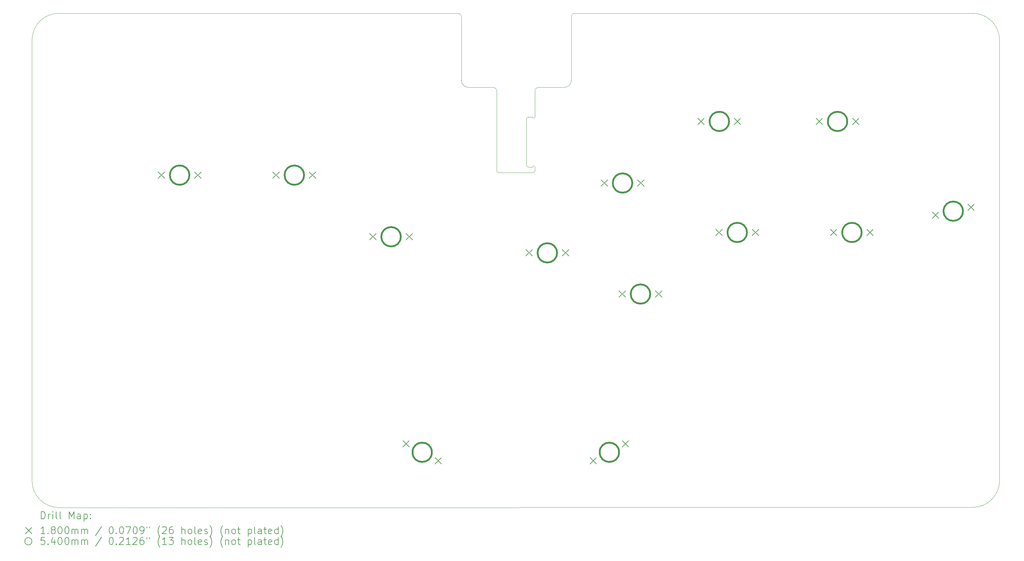
<source format=gbr>
%TF.GenerationSoftware,KiCad,Pcbnew,9.0.0*%
%TF.CreationDate,2025-05-11T16:12:43-07:00*%
%TF.ProjectId,HE_Leverless_Mainboard,48455f4c-6576-4657-926c-6573735f4d61,rev?*%
%TF.SameCoordinates,Original*%
%TF.FileFunction,Drillmap*%
%TF.FilePolarity,Positive*%
%FSLAX45Y45*%
G04 Gerber Fmt 4.5, Leading zero omitted, Abs format (unit mm)*
G04 Created by KiCad (PCBNEW 9.0.0) date 2025-05-11 16:12:43*
%MOMM*%
%LPD*%
G01*
G04 APERTURE LIST*
%ADD10C,0.050000*%
%ADD11C,0.010050*%
%ADD12C,0.200000*%
%ADD13C,0.180000*%
%ADD14C,0.540000*%
G04 APERTURE END LIST*
D10*
X20302170Y-8890570D02*
G75*
G02*
X20402170Y-8790570I100000J0D01*
G01*
X32519670Y-6719670D02*
G75*
G02*
X33269670Y-7469670I0J-750000D01*
G01*
X7019670Y-20519670D02*
X32519670Y-20515570D01*
X7019670Y-6719670D02*
X18152170Y-6719669D01*
X21419670Y-6719670D02*
X32519670Y-6719670D01*
X21319670Y-6819670D02*
G75*
G02*
X21419670Y-6719670I100000J0D01*
G01*
X33269670Y-19765570D02*
G75*
G02*
X32519670Y-20515570I-750000J0D01*
G01*
X20402170Y-8790570D02*
X21119670Y-8790570D01*
X6269670Y-19769670D02*
X6269670Y-7469670D01*
X7019670Y-20519670D02*
G75*
G02*
X6269670Y-19769670I0J750000D01*
G01*
X21319670Y-8590570D02*
G75*
G02*
X21119670Y-8790570I-200000J0D01*
G01*
X18152170Y-6719669D02*
G75*
G02*
X18252171Y-6819669I0J-100001D01*
G01*
D11*
X10390173Y-11239670D02*
G75*
G02*
X10389168Y-11239670I-503J0D01*
G01*
X10389168Y-11239670D02*
G75*
G02*
X10390173Y-11239670I503J0D01*
G01*
D10*
X33269670Y-7469670D02*
X33269670Y-19765570D01*
X21319670Y-8590570D02*
X21319670Y-6819670D01*
X19137170Y-8790570D02*
G75*
G02*
X19237170Y-8890570I0J-100000D01*
G01*
X18452170Y-8790570D02*
G75*
G02*
X18252170Y-8590570I0J200000D01*
G01*
X18252170Y-8590570D02*
X18252170Y-6819669D01*
X6269670Y-7469670D02*
G75*
G02*
X7019670Y-6719670I750000J0D01*
G01*
X18452170Y-8790570D02*
X19137170Y-8790570D01*
X19237170Y-8890570D02*
X19237170Y-11115570D01*
X20069670Y-9665570D02*
X20069670Y-10965570D01*
X20119670Y-9615570D02*
X20237170Y-9615570D01*
X20237170Y-11015570D02*
X20119670Y-11015570D01*
X20252170Y-11165570D02*
X19287170Y-11165570D01*
X20302170Y-9615570D02*
X20302170Y-8890570D01*
X20302170Y-11015570D02*
X20302170Y-11115570D01*
X19287170Y-11165570D02*
G75*
G02*
X19237170Y-11115570I0J50000D01*
G01*
X20069670Y-9665570D02*
G75*
G02*
X20119670Y-9615570I50000J0D01*
G01*
X20119670Y-11015570D02*
G75*
G02*
X20069670Y-10965570I0J50000D01*
G01*
X20237170Y-11015570D02*
G75*
G02*
X20302170Y-11015570I32500J0D01*
G01*
X20302170Y-9615570D02*
G75*
G02*
X20237170Y-9615570I-32500J0D01*
G01*
X20302170Y-11115570D02*
G75*
G02*
X20252170Y-11165570I-50000J0D01*
G01*
D12*
D13*
X9791670Y-11149670D02*
X9971670Y-11329670D01*
X9971670Y-11149670D02*
X9791670Y-11329670D01*
X10807670Y-11149670D02*
X10987670Y-11329670D01*
X10987670Y-11149670D02*
X10807670Y-11329670D01*
X12991670Y-11149670D02*
X13171670Y-11329670D01*
X13171670Y-11149670D02*
X12991670Y-11329670D01*
X14007670Y-11149670D02*
X14187670Y-11329670D01*
X14187670Y-11149670D02*
X14007670Y-11329670D01*
X15691670Y-12869670D02*
X15871670Y-13049670D01*
X15871670Y-12869670D02*
X15691670Y-13049670D01*
X16618063Y-18651910D02*
X16798063Y-18831910D01*
X16798063Y-18651910D02*
X16618063Y-18831910D01*
X16707670Y-12869670D02*
X16887670Y-13049670D01*
X16887670Y-12869670D02*
X16707670Y-13049670D01*
X17518445Y-19122619D02*
X17698445Y-19302619D01*
X17698445Y-19122619D02*
X17518445Y-19302619D01*
X20051670Y-13319670D02*
X20231670Y-13499670D01*
X20231670Y-13319670D02*
X20051670Y-13499670D01*
X21067670Y-13319670D02*
X21247670Y-13499670D01*
X21247670Y-13319670D02*
X21067670Y-13499670D01*
X21840894Y-19122619D02*
X22020894Y-19302619D01*
X22020894Y-19122619D02*
X21840894Y-19302619D01*
X22151670Y-11369670D02*
X22331670Y-11549670D01*
X22331670Y-11369670D02*
X22151670Y-11549670D01*
X22651670Y-14469670D02*
X22831670Y-14649670D01*
X22831670Y-14469670D02*
X22651670Y-14649670D01*
X22741277Y-18651910D02*
X22921277Y-18831910D01*
X22921277Y-18651910D02*
X22741277Y-18831910D01*
X23167670Y-11369670D02*
X23347670Y-11549670D01*
X23347670Y-11369670D02*
X23167670Y-11549670D01*
X23667670Y-14469670D02*
X23847670Y-14649670D01*
X23847670Y-14469670D02*
X23667670Y-14649670D01*
X24851670Y-9649670D02*
X25031670Y-9829670D01*
X25031670Y-9649670D02*
X24851670Y-9829670D01*
X25351670Y-12749670D02*
X25531670Y-12929670D01*
X25531670Y-12749670D02*
X25351670Y-12929670D01*
X25867670Y-9649670D02*
X26047670Y-9829670D01*
X26047670Y-9649670D02*
X25867670Y-9829670D01*
X26367670Y-12749670D02*
X26547670Y-12929670D01*
X26547670Y-12749670D02*
X26367670Y-12929670D01*
X28151670Y-9649670D02*
X28331670Y-9829670D01*
X28331670Y-9649670D02*
X28151670Y-9829670D01*
X28551670Y-12749670D02*
X28731670Y-12929670D01*
X28731670Y-12749670D02*
X28551670Y-12929670D01*
X29167670Y-9649670D02*
X29347670Y-9829670D01*
X29347670Y-9649670D02*
X29167670Y-9829670D01*
X29567670Y-12749670D02*
X29747670Y-12929670D01*
X29747670Y-12749670D02*
X29567670Y-12929670D01*
X31391488Y-12265618D02*
X31571488Y-12445618D01*
X31571488Y-12265618D02*
X31391488Y-12445618D01*
X32383405Y-12045715D02*
X32563405Y-12225715D01*
X32563405Y-12045715D02*
X32383405Y-12225715D01*
D14*
X10659670Y-11239670D02*
G75*
G02*
X10119670Y-11239670I-270000J0D01*
G01*
X10119670Y-11239670D02*
G75*
G02*
X10659670Y-11239670I270000J0D01*
G01*
X13859670Y-11239670D02*
G75*
G02*
X13319670Y-11239670I-270000J0D01*
G01*
X13319670Y-11239670D02*
G75*
G02*
X13859670Y-11239670I270000J0D01*
G01*
X16559670Y-12959670D02*
G75*
G02*
X16019670Y-12959670I-270000J0D01*
G01*
X16019670Y-12959670D02*
G75*
G02*
X16559670Y-12959670I270000J0D01*
G01*
X17428254Y-18977264D02*
G75*
G02*
X16888254Y-18977264I-270000J0D01*
G01*
X16888254Y-18977264D02*
G75*
G02*
X17428254Y-18977264I270000J0D01*
G01*
X20919670Y-13409670D02*
G75*
G02*
X20379670Y-13409670I-270000J0D01*
G01*
X20379670Y-13409670D02*
G75*
G02*
X20919670Y-13409670I270000J0D01*
G01*
X22651086Y-18977264D02*
G75*
G02*
X22111086Y-18977264I-270000J0D01*
G01*
X22111086Y-18977264D02*
G75*
G02*
X22651086Y-18977264I270000J0D01*
G01*
X23019670Y-11459670D02*
G75*
G02*
X22479670Y-11459670I-270000J0D01*
G01*
X22479670Y-11459670D02*
G75*
G02*
X23019670Y-11459670I270000J0D01*
G01*
X23519670Y-14559670D02*
G75*
G02*
X22979670Y-14559670I-270000J0D01*
G01*
X22979670Y-14559670D02*
G75*
G02*
X23519670Y-14559670I270000J0D01*
G01*
X25719670Y-9739670D02*
G75*
G02*
X25179670Y-9739670I-270000J0D01*
G01*
X25179670Y-9739670D02*
G75*
G02*
X25719670Y-9739670I270000J0D01*
G01*
X26219670Y-12839670D02*
G75*
G02*
X25679670Y-12839670I-270000J0D01*
G01*
X25679670Y-12839670D02*
G75*
G02*
X26219670Y-12839670I270000J0D01*
G01*
X29019670Y-9739670D02*
G75*
G02*
X28479670Y-9739670I-270000J0D01*
G01*
X28479670Y-9739670D02*
G75*
G02*
X29019670Y-9739670I270000J0D01*
G01*
X29419670Y-12839670D02*
G75*
G02*
X28879670Y-12839670I-270000J0D01*
G01*
X28879670Y-12839670D02*
G75*
G02*
X29419670Y-12839670I270000J0D01*
G01*
X32247447Y-12245666D02*
G75*
G02*
X31707447Y-12245666I-270000J0D01*
G01*
X31707447Y-12245666D02*
G75*
G02*
X32247447Y-12245666I270000J0D01*
G01*
D12*
X6527947Y-20833654D02*
X6527947Y-20633654D01*
X6527947Y-20633654D02*
X6575566Y-20633654D01*
X6575566Y-20633654D02*
X6604137Y-20643178D01*
X6604137Y-20643178D02*
X6623185Y-20662225D01*
X6623185Y-20662225D02*
X6632709Y-20681273D01*
X6632709Y-20681273D02*
X6642232Y-20719368D01*
X6642232Y-20719368D02*
X6642232Y-20747940D01*
X6642232Y-20747940D02*
X6632709Y-20786035D01*
X6632709Y-20786035D02*
X6623185Y-20805082D01*
X6623185Y-20805082D02*
X6604137Y-20824130D01*
X6604137Y-20824130D02*
X6575566Y-20833654D01*
X6575566Y-20833654D02*
X6527947Y-20833654D01*
X6727947Y-20833654D02*
X6727947Y-20700321D01*
X6727947Y-20738416D02*
X6737470Y-20719368D01*
X6737470Y-20719368D02*
X6746994Y-20709844D01*
X6746994Y-20709844D02*
X6766042Y-20700321D01*
X6766042Y-20700321D02*
X6785090Y-20700321D01*
X6851756Y-20833654D02*
X6851756Y-20700321D01*
X6851756Y-20633654D02*
X6842232Y-20643178D01*
X6842232Y-20643178D02*
X6851756Y-20652702D01*
X6851756Y-20652702D02*
X6861280Y-20643178D01*
X6861280Y-20643178D02*
X6851756Y-20633654D01*
X6851756Y-20633654D02*
X6851756Y-20652702D01*
X6975566Y-20833654D02*
X6956518Y-20824130D01*
X6956518Y-20824130D02*
X6946994Y-20805082D01*
X6946994Y-20805082D02*
X6946994Y-20633654D01*
X7080328Y-20833654D02*
X7061280Y-20824130D01*
X7061280Y-20824130D02*
X7051756Y-20805082D01*
X7051756Y-20805082D02*
X7051756Y-20633654D01*
X7308899Y-20833654D02*
X7308899Y-20633654D01*
X7308899Y-20633654D02*
X7375566Y-20776511D01*
X7375566Y-20776511D02*
X7442232Y-20633654D01*
X7442232Y-20633654D02*
X7442232Y-20833654D01*
X7623185Y-20833654D02*
X7623185Y-20728892D01*
X7623185Y-20728892D02*
X7613661Y-20709844D01*
X7613661Y-20709844D02*
X7594613Y-20700321D01*
X7594613Y-20700321D02*
X7556518Y-20700321D01*
X7556518Y-20700321D02*
X7537470Y-20709844D01*
X7623185Y-20824130D02*
X7604137Y-20833654D01*
X7604137Y-20833654D02*
X7556518Y-20833654D01*
X7556518Y-20833654D02*
X7537470Y-20824130D01*
X7537470Y-20824130D02*
X7527947Y-20805082D01*
X7527947Y-20805082D02*
X7527947Y-20786035D01*
X7527947Y-20786035D02*
X7537470Y-20766987D01*
X7537470Y-20766987D02*
X7556518Y-20757463D01*
X7556518Y-20757463D02*
X7604137Y-20757463D01*
X7604137Y-20757463D02*
X7623185Y-20747940D01*
X7718423Y-20700321D02*
X7718423Y-20900321D01*
X7718423Y-20709844D02*
X7737470Y-20700321D01*
X7737470Y-20700321D02*
X7775566Y-20700321D01*
X7775566Y-20700321D02*
X7794613Y-20709844D01*
X7794613Y-20709844D02*
X7804137Y-20719368D01*
X7804137Y-20719368D02*
X7813661Y-20738416D01*
X7813661Y-20738416D02*
X7813661Y-20795559D01*
X7813661Y-20795559D02*
X7804137Y-20814606D01*
X7804137Y-20814606D02*
X7794613Y-20824130D01*
X7794613Y-20824130D02*
X7775566Y-20833654D01*
X7775566Y-20833654D02*
X7737470Y-20833654D01*
X7737470Y-20833654D02*
X7718423Y-20824130D01*
X7899375Y-20814606D02*
X7908899Y-20824130D01*
X7908899Y-20824130D02*
X7899375Y-20833654D01*
X7899375Y-20833654D02*
X7889851Y-20824130D01*
X7889851Y-20824130D02*
X7899375Y-20814606D01*
X7899375Y-20814606D02*
X7899375Y-20833654D01*
X7899375Y-20709844D02*
X7908899Y-20719368D01*
X7908899Y-20719368D02*
X7899375Y-20728892D01*
X7899375Y-20728892D02*
X7889851Y-20719368D01*
X7889851Y-20719368D02*
X7899375Y-20709844D01*
X7899375Y-20709844D02*
X7899375Y-20728892D01*
D13*
X6087170Y-21072170D02*
X6267170Y-21252170D01*
X6267170Y-21072170D02*
X6087170Y-21252170D01*
D12*
X6632709Y-21253654D02*
X6518423Y-21253654D01*
X6575566Y-21253654D02*
X6575566Y-21053654D01*
X6575566Y-21053654D02*
X6556518Y-21082225D01*
X6556518Y-21082225D02*
X6537470Y-21101273D01*
X6537470Y-21101273D02*
X6518423Y-21110797D01*
X6718423Y-21234606D02*
X6727947Y-21244130D01*
X6727947Y-21244130D02*
X6718423Y-21253654D01*
X6718423Y-21253654D02*
X6708899Y-21244130D01*
X6708899Y-21244130D02*
X6718423Y-21234606D01*
X6718423Y-21234606D02*
X6718423Y-21253654D01*
X6842232Y-21139368D02*
X6823185Y-21129844D01*
X6823185Y-21129844D02*
X6813661Y-21120321D01*
X6813661Y-21120321D02*
X6804137Y-21101273D01*
X6804137Y-21101273D02*
X6804137Y-21091749D01*
X6804137Y-21091749D02*
X6813661Y-21072702D01*
X6813661Y-21072702D02*
X6823185Y-21063178D01*
X6823185Y-21063178D02*
X6842232Y-21053654D01*
X6842232Y-21053654D02*
X6880328Y-21053654D01*
X6880328Y-21053654D02*
X6899375Y-21063178D01*
X6899375Y-21063178D02*
X6908899Y-21072702D01*
X6908899Y-21072702D02*
X6918423Y-21091749D01*
X6918423Y-21091749D02*
X6918423Y-21101273D01*
X6918423Y-21101273D02*
X6908899Y-21120321D01*
X6908899Y-21120321D02*
X6899375Y-21129844D01*
X6899375Y-21129844D02*
X6880328Y-21139368D01*
X6880328Y-21139368D02*
X6842232Y-21139368D01*
X6842232Y-21139368D02*
X6823185Y-21148892D01*
X6823185Y-21148892D02*
X6813661Y-21158416D01*
X6813661Y-21158416D02*
X6804137Y-21177463D01*
X6804137Y-21177463D02*
X6804137Y-21215559D01*
X6804137Y-21215559D02*
X6813661Y-21234606D01*
X6813661Y-21234606D02*
X6823185Y-21244130D01*
X6823185Y-21244130D02*
X6842232Y-21253654D01*
X6842232Y-21253654D02*
X6880328Y-21253654D01*
X6880328Y-21253654D02*
X6899375Y-21244130D01*
X6899375Y-21244130D02*
X6908899Y-21234606D01*
X6908899Y-21234606D02*
X6918423Y-21215559D01*
X6918423Y-21215559D02*
X6918423Y-21177463D01*
X6918423Y-21177463D02*
X6908899Y-21158416D01*
X6908899Y-21158416D02*
X6899375Y-21148892D01*
X6899375Y-21148892D02*
X6880328Y-21139368D01*
X7042232Y-21053654D02*
X7061280Y-21053654D01*
X7061280Y-21053654D02*
X7080328Y-21063178D01*
X7080328Y-21063178D02*
X7089851Y-21072702D01*
X7089851Y-21072702D02*
X7099375Y-21091749D01*
X7099375Y-21091749D02*
X7108899Y-21129844D01*
X7108899Y-21129844D02*
X7108899Y-21177463D01*
X7108899Y-21177463D02*
X7099375Y-21215559D01*
X7099375Y-21215559D02*
X7089851Y-21234606D01*
X7089851Y-21234606D02*
X7080328Y-21244130D01*
X7080328Y-21244130D02*
X7061280Y-21253654D01*
X7061280Y-21253654D02*
X7042232Y-21253654D01*
X7042232Y-21253654D02*
X7023185Y-21244130D01*
X7023185Y-21244130D02*
X7013661Y-21234606D01*
X7013661Y-21234606D02*
X7004137Y-21215559D01*
X7004137Y-21215559D02*
X6994613Y-21177463D01*
X6994613Y-21177463D02*
X6994613Y-21129844D01*
X6994613Y-21129844D02*
X7004137Y-21091749D01*
X7004137Y-21091749D02*
X7013661Y-21072702D01*
X7013661Y-21072702D02*
X7023185Y-21063178D01*
X7023185Y-21063178D02*
X7042232Y-21053654D01*
X7232709Y-21053654D02*
X7251756Y-21053654D01*
X7251756Y-21053654D02*
X7270804Y-21063178D01*
X7270804Y-21063178D02*
X7280328Y-21072702D01*
X7280328Y-21072702D02*
X7289851Y-21091749D01*
X7289851Y-21091749D02*
X7299375Y-21129844D01*
X7299375Y-21129844D02*
X7299375Y-21177463D01*
X7299375Y-21177463D02*
X7289851Y-21215559D01*
X7289851Y-21215559D02*
X7280328Y-21234606D01*
X7280328Y-21234606D02*
X7270804Y-21244130D01*
X7270804Y-21244130D02*
X7251756Y-21253654D01*
X7251756Y-21253654D02*
X7232709Y-21253654D01*
X7232709Y-21253654D02*
X7213661Y-21244130D01*
X7213661Y-21244130D02*
X7204137Y-21234606D01*
X7204137Y-21234606D02*
X7194613Y-21215559D01*
X7194613Y-21215559D02*
X7185090Y-21177463D01*
X7185090Y-21177463D02*
X7185090Y-21129844D01*
X7185090Y-21129844D02*
X7194613Y-21091749D01*
X7194613Y-21091749D02*
X7204137Y-21072702D01*
X7204137Y-21072702D02*
X7213661Y-21063178D01*
X7213661Y-21063178D02*
X7232709Y-21053654D01*
X7385090Y-21253654D02*
X7385090Y-21120321D01*
X7385090Y-21139368D02*
X7394613Y-21129844D01*
X7394613Y-21129844D02*
X7413661Y-21120321D01*
X7413661Y-21120321D02*
X7442232Y-21120321D01*
X7442232Y-21120321D02*
X7461280Y-21129844D01*
X7461280Y-21129844D02*
X7470804Y-21148892D01*
X7470804Y-21148892D02*
X7470804Y-21253654D01*
X7470804Y-21148892D02*
X7480328Y-21129844D01*
X7480328Y-21129844D02*
X7499375Y-21120321D01*
X7499375Y-21120321D02*
X7527947Y-21120321D01*
X7527947Y-21120321D02*
X7546994Y-21129844D01*
X7546994Y-21129844D02*
X7556518Y-21148892D01*
X7556518Y-21148892D02*
X7556518Y-21253654D01*
X7651756Y-21253654D02*
X7651756Y-21120321D01*
X7651756Y-21139368D02*
X7661280Y-21129844D01*
X7661280Y-21129844D02*
X7680328Y-21120321D01*
X7680328Y-21120321D02*
X7708899Y-21120321D01*
X7708899Y-21120321D02*
X7727947Y-21129844D01*
X7727947Y-21129844D02*
X7737471Y-21148892D01*
X7737471Y-21148892D02*
X7737471Y-21253654D01*
X7737471Y-21148892D02*
X7746994Y-21129844D01*
X7746994Y-21129844D02*
X7766042Y-21120321D01*
X7766042Y-21120321D02*
X7794613Y-21120321D01*
X7794613Y-21120321D02*
X7813661Y-21129844D01*
X7813661Y-21129844D02*
X7823185Y-21148892D01*
X7823185Y-21148892D02*
X7823185Y-21253654D01*
X8213661Y-21044130D02*
X8042233Y-21301273D01*
X8470804Y-21053654D02*
X8489852Y-21053654D01*
X8489852Y-21053654D02*
X8508899Y-21063178D01*
X8508899Y-21063178D02*
X8518423Y-21072702D01*
X8518423Y-21072702D02*
X8527947Y-21091749D01*
X8527947Y-21091749D02*
X8537471Y-21129844D01*
X8537471Y-21129844D02*
X8537471Y-21177463D01*
X8537471Y-21177463D02*
X8527947Y-21215559D01*
X8527947Y-21215559D02*
X8518423Y-21234606D01*
X8518423Y-21234606D02*
X8508899Y-21244130D01*
X8508899Y-21244130D02*
X8489852Y-21253654D01*
X8489852Y-21253654D02*
X8470804Y-21253654D01*
X8470804Y-21253654D02*
X8451756Y-21244130D01*
X8451756Y-21244130D02*
X8442233Y-21234606D01*
X8442233Y-21234606D02*
X8432709Y-21215559D01*
X8432709Y-21215559D02*
X8423185Y-21177463D01*
X8423185Y-21177463D02*
X8423185Y-21129844D01*
X8423185Y-21129844D02*
X8432709Y-21091749D01*
X8432709Y-21091749D02*
X8442233Y-21072702D01*
X8442233Y-21072702D02*
X8451756Y-21063178D01*
X8451756Y-21063178D02*
X8470804Y-21053654D01*
X8623185Y-21234606D02*
X8632709Y-21244130D01*
X8632709Y-21244130D02*
X8623185Y-21253654D01*
X8623185Y-21253654D02*
X8613661Y-21244130D01*
X8613661Y-21244130D02*
X8623185Y-21234606D01*
X8623185Y-21234606D02*
X8623185Y-21253654D01*
X8756518Y-21053654D02*
X8775566Y-21053654D01*
X8775566Y-21053654D02*
X8794614Y-21063178D01*
X8794614Y-21063178D02*
X8804137Y-21072702D01*
X8804137Y-21072702D02*
X8813661Y-21091749D01*
X8813661Y-21091749D02*
X8823185Y-21129844D01*
X8823185Y-21129844D02*
X8823185Y-21177463D01*
X8823185Y-21177463D02*
X8813661Y-21215559D01*
X8813661Y-21215559D02*
X8804137Y-21234606D01*
X8804137Y-21234606D02*
X8794614Y-21244130D01*
X8794614Y-21244130D02*
X8775566Y-21253654D01*
X8775566Y-21253654D02*
X8756518Y-21253654D01*
X8756518Y-21253654D02*
X8737471Y-21244130D01*
X8737471Y-21244130D02*
X8727947Y-21234606D01*
X8727947Y-21234606D02*
X8718423Y-21215559D01*
X8718423Y-21215559D02*
X8708899Y-21177463D01*
X8708899Y-21177463D02*
X8708899Y-21129844D01*
X8708899Y-21129844D02*
X8718423Y-21091749D01*
X8718423Y-21091749D02*
X8727947Y-21072702D01*
X8727947Y-21072702D02*
X8737471Y-21063178D01*
X8737471Y-21063178D02*
X8756518Y-21053654D01*
X8889852Y-21053654D02*
X9023185Y-21053654D01*
X9023185Y-21053654D02*
X8937471Y-21253654D01*
X9137471Y-21053654D02*
X9156518Y-21053654D01*
X9156518Y-21053654D02*
X9175566Y-21063178D01*
X9175566Y-21063178D02*
X9185090Y-21072702D01*
X9185090Y-21072702D02*
X9194614Y-21091749D01*
X9194614Y-21091749D02*
X9204137Y-21129844D01*
X9204137Y-21129844D02*
X9204137Y-21177463D01*
X9204137Y-21177463D02*
X9194614Y-21215559D01*
X9194614Y-21215559D02*
X9185090Y-21234606D01*
X9185090Y-21234606D02*
X9175566Y-21244130D01*
X9175566Y-21244130D02*
X9156518Y-21253654D01*
X9156518Y-21253654D02*
X9137471Y-21253654D01*
X9137471Y-21253654D02*
X9118423Y-21244130D01*
X9118423Y-21244130D02*
X9108899Y-21234606D01*
X9108899Y-21234606D02*
X9099376Y-21215559D01*
X9099376Y-21215559D02*
X9089852Y-21177463D01*
X9089852Y-21177463D02*
X9089852Y-21129844D01*
X9089852Y-21129844D02*
X9099376Y-21091749D01*
X9099376Y-21091749D02*
X9108899Y-21072702D01*
X9108899Y-21072702D02*
X9118423Y-21063178D01*
X9118423Y-21063178D02*
X9137471Y-21053654D01*
X9299376Y-21253654D02*
X9337471Y-21253654D01*
X9337471Y-21253654D02*
X9356518Y-21244130D01*
X9356518Y-21244130D02*
X9366042Y-21234606D01*
X9366042Y-21234606D02*
X9385090Y-21206035D01*
X9385090Y-21206035D02*
X9394614Y-21167940D01*
X9394614Y-21167940D02*
X9394614Y-21091749D01*
X9394614Y-21091749D02*
X9385090Y-21072702D01*
X9385090Y-21072702D02*
X9375566Y-21063178D01*
X9375566Y-21063178D02*
X9356518Y-21053654D01*
X9356518Y-21053654D02*
X9318423Y-21053654D01*
X9318423Y-21053654D02*
X9299376Y-21063178D01*
X9299376Y-21063178D02*
X9289852Y-21072702D01*
X9289852Y-21072702D02*
X9280328Y-21091749D01*
X9280328Y-21091749D02*
X9280328Y-21139368D01*
X9280328Y-21139368D02*
X9289852Y-21158416D01*
X9289852Y-21158416D02*
X9299376Y-21167940D01*
X9299376Y-21167940D02*
X9318423Y-21177463D01*
X9318423Y-21177463D02*
X9356518Y-21177463D01*
X9356518Y-21177463D02*
X9375566Y-21167940D01*
X9375566Y-21167940D02*
X9385090Y-21158416D01*
X9385090Y-21158416D02*
X9394614Y-21139368D01*
X9470804Y-21053654D02*
X9470804Y-21091749D01*
X9546995Y-21053654D02*
X9546995Y-21091749D01*
X9842233Y-21329844D02*
X9832709Y-21320321D01*
X9832709Y-21320321D02*
X9813661Y-21291749D01*
X9813661Y-21291749D02*
X9804138Y-21272702D01*
X9804138Y-21272702D02*
X9794614Y-21244130D01*
X9794614Y-21244130D02*
X9785090Y-21196511D01*
X9785090Y-21196511D02*
X9785090Y-21158416D01*
X9785090Y-21158416D02*
X9794614Y-21110797D01*
X9794614Y-21110797D02*
X9804138Y-21082225D01*
X9804138Y-21082225D02*
X9813661Y-21063178D01*
X9813661Y-21063178D02*
X9832709Y-21034606D01*
X9832709Y-21034606D02*
X9842233Y-21025082D01*
X9908899Y-21072702D02*
X9918423Y-21063178D01*
X9918423Y-21063178D02*
X9937471Y-21053654D01*
X9937471Y-21053654D02*
X9985090Y-21053654D01*
X9985090Y-21053654D02*
X10004138Y-21063178D01*
X10004138Y-21063178D02*
X10013661Y-21072702D01*
X10013661Y-21072702D02*
X10023185Y-21091749D01*
X10023185Y-21091749D02*
X10023185Y-21110797D01*
X10023185Y-21110797D02*
X10013661Y-21139368D01*
X10013661Y-21139368D02*
X9899376Y-21253654D01*
X9899376Y-21253654D02*
X10023185Y-21253654D01*
X10194614Y-21053654D02*
X10156518Y-21053654D01*
X10156518Y-21053654D02*
X10137471Y-21063178D01*
X10137471Y-21063178D02*
X10127947Y-21072702D01*
X10127947Y-21072702D02*
X10108899Y-21101273D01*
X10108899Y-21101273D02*
X10099376Y-21139368D01*
X10099376Y-21139368D02*
X10099376Y-21215559D01*
X10099376Y-21215559D02*
X10108899Y-21234606D01*
X10108899Y-21234606D02*
X10118423Y-21244130D01*
X10118423Y-21244130D02*
X10137471Y-21253654D01*
X10137471Y-21253654D02*
X10175566Y-21253654D01*
X10175566Y-21253654D02*
X10194614Y-21244130D01*
X10194614Y-21244130D02*
X10204138Y-21234606D01*
X10204138Y-21234606D02*
X10213661Y-21215559D01*
X10213661Y-21215559D02*
X10213661Y-21167940D01*
X10213661Y-21167940D02*
X10204138Y-21148892D01*
X10204138Y-21148892D02*
X10194614Y-21139368D01*
X10194614Y-21139368D02*
X10175566Y-21129844D01*
X10175566Y-21129844D02*
X10137471Y-21129844D01*
X10137471Y-21129844D02*
X10118423Y-21139368D01*
X10118423Y-21139368D02*
X10108899Y-21148892D01*
X10108899Y-21148892D02*
X10099376Y-21167940D01*
X10451757Y-21253654D02*
X10451757Y-21053654D01*
X10537471Y-21253654D02*
X10537471Y-21148892D01*
X10537471Y-21148892D02*
X10527947Y-21129844D01*
X10527947Y-21129844D02*
X10508900Y-21120321D01*
X10508900Y-21120321D02*
X10480328Y-21120321D01*
X10480328Y-21120321D02*
X10461280Y-21129844D01*
X10461280Y-21129844D02*
X10451757Y-21139368D01*
X10661280Y-21253654D02*
X10642233Y-21244130D01*
X10642233Y-21244130D02*
X10632709Y-21234606D01*
X10632709Y-21234606D02*
X10623185Y-21215559D01*
X10623185Y-21215559D02*
X10623185Y-21158416D01*
X10623185Y-21158416D02*
X10632709Y-21139368D01*
X10632709Y-21139368D02*
X10642233Y-21129844D01*
X10642233Y-21129844D02*
X10661280Y-21120321D01*
X10661280Y-21120321D02*
X10689852Y-21120321D01*
X10689852Y-21120321D02*
X10708900Y-21129844D01*
X10708900Y-21129844D02*
X10718423Y-21139368D01*
X10718423Y-21139368D02*
X10727947Y-21158416D01*
X10727947Y-21158416D02*
X10727947Y-21215559D01*
X10727947Y-21215559D02*
X10718423Y-21234606D01*
X10718423Y-21234606D02*
X10708900Y-21244130D01*
X10708900Y-21244130D02*
X10689852Y-21253654D01*
X10689852Y-21253654D02*
X10661280Y-21253654D01*
X10842233Y-21253654D02*
X10823185Y-21244130D01*
X10823185Y-21244130D02*
X10813661Y-21225082D01*
X10813661Y-21225082D02*
X10813661Y-21053654D01*
X10994614Y-21244130D02*
X10975566Y-21253654D01*
X10975566Y-21253654D02*
X10937471Y-21253654D01*
X10937471Y-21253654D02*
X10918423Y-21244130D01*
X10918423Y-21244130D02*
X10908900Y-21225082D01*
X10908900Y-21225082D02*
X10908900Y-21148892D01*
X10908900Y-21148892D02*
X10918423Y-21129844D01*
X10918423Y-21129844D02*
X10937471Y-21120321D01*
X10937471Y-21120321D02*
X10975566Y-21120321D01*
X10975566Y-21120321D02*
X10994614Y-21129844D01*
X10994614Y-21129844D02*
X11004138Y-21148892D01*
X11004138Y-21148892D02*
X11004138Y-21167940D01*
X11004138Y-21167940D02*
X10908900Y-21186987D01*
X11080328Y-21244130D02*
X11099376Y-21253654D01*
X11099376Y-21253654D02*
X11137471Y-21253654D01*
X11137471Y-21253654D02*
X11156519Y-21244130D01*
X11156519Y-21244130D02*
X11166042Y-21225082D01*
X11166042Y-21225082D02*
X11166042Y-21215559D01*
X11166042Y-21215559D02*
X11156519Y-21196511D01*
X11156519Y-21196511D02*
X11137471Y-21186987D01*
X11137471Y-21186987D02*
X11108900Y-21186987D01*
X11108900Y-21186987D02*
X11089852Y-21177463D01*
X11089852Y-21177463D02*
X11080328Y-21158416D01*
X11080328Y-21158416D02*
X11080328Y-21148892D01*
X11080328Y-21148892D02*
X11089852Y-21129844D01*
X11089852Y-21129844D02*
X11108900Y-21120321D01*
X11108900Y-21120321D02*
X11137471Y-21120321D01*
X11137471Y-21120321D02*
X11156519Y-21129844D01*
X11232709Y-21329844D02*
X11242233Y-21320321D01*
X11242233Y-21320321D02*
X11261280Y-21291749D01*
X11261280Y-21291749D02*
X11270804Y-21272702D01*
X11270804Y-21272702D02*
X11280328Y-21244130D01*
X11280328Y-21244130D02*
X11289852Y-21196511D01*
X11289852Y-21196511D02*
X11289852Y-21158416D01*
X11289852Y-21158416D02*
X11280328Y-21110797D01*
X11280328Y-21110797D02*
X11270804Y-21082225D01*
X11270804Y-21082225D02*
X11261280Y-21063178D01*
X11261280Y-21063178D02*
X11242233Y-21034606D01*
X11242233Y-21034606D02*
X11232709Y-21025082D01*
X11594614Y-21329844D02*
X11585090Y-21320321D01*
X11585090Y-21320321D02*
X11566042Y-21291749D01*
X11566042Y-21291749D02*
X11556519Y-21272702D01*
X11556519Y-21272702D02*
X11546995Y-21244130D01*
X11546995Y-21244130D02*
X11537471Y-21196511D01*
X11537471Y-21196511D02*
X11537471Y-21158416D01*
X11537471Y-21158416D02*
X11546995Y-21110797D01*
X11546995Y-21110797D02*
X11556519Y-21082225D01*
X11556519Y-21082225D02*
X11566042Y-21063178D01*
X11566042Y-21063178D02*
X11585090Y-21034606D01*
X11585090Y-21034606D02*
X11594614Y-21025082D01*
X11670804Y-21120321D02*
X11670804Y-21253654D01*
X11670804Y-21139368D02*
X11680328Y-21129844D01*
X11680328Y-21129844D02*
X11699376Y-21120321D01*
X11699376Y-21120321D02*
X11727947Y-21120321D01*
X11727947Y-21120321D02*
X11746995Y-21129844D01*
X11746995Y-21129844D02*
X11756519Y-21148892D01*
X11756519Y-21148892D02*
X11756519Y-21253654D01*
X11880328Y-21253654D02*
X11861280Y-21244130D01*
X11861280Y-21244130D02*
X11851757Y-21234606D01*
X11851757Y-21234606D02*
X11842233Y-21215559D01*
X11842233Y-21215559D02*
X11842233Y-21158416D01*
X11842233Y-21158416D02*
X11851757Y-21139368D01*
X11851757Y-21139368D02*
X11861280Y-21129844D01*
X11861280Y-21129844D02*
X11880328Y-21120321D01*
X11880328Y-21120321D02*
X11908900Y-21120321D01*
X11908900Y-21120321D02*
X11927947Y-21129844D01*
X11927947Y-21129844D02*
X11937471Y-21139368D01*
X11937471Y-21139368D02*
X11946995Y-21158416D01*
X11946995Y-21158416D02*
X11946995Y-21215559D01*
X11946995Y-21215559D02*
X11937471Y-21234606D01*
X11937471Y-21234606D02*
X11927947Y-21244130D01*
X11927947Y-21244130D02*
X11908900Y-21253654D01*
X11908900Y-21253654D02*
X11880328Y-21253654D01*
X12004138Y-21120321D02*
X12080328Y-21120321D01*
X12032709Y-21053654D02*
X12032709Y-21225082D01*
X12032709Y-21225082D02*
X12042233Y-21244130D01*
X12042233Y-21244130D02*
X12061280Y-21253654D01*
X12061280Y-21253654D02*
X12080328Y-21253654D01*
X12299376Y-21120321D02*
X12299376Y-21320321D01*
X12299376Y-21129844D02*
X12318423Y-21120321D01*
X12318423Y-21120321D02*
X12356519Y-21120321D01*
X12356519Y-21120321D02*
X12375566Y-21129844D01*
X12375566Y-21129844D02*
X12385090Y-21139368D01*
X12385090Y-21139368D02*
X12394614Y-21158416D01*
X12394614Y-21158416D02*
X12394614Y-21215559D01*
X12394614Y-21215559D02*
X12385090Y-21234606D01*
X12385090Y-21234606D02*
X12375566Y-21244130D01*
X12375566Y-21244130D02*
X12356519Y-21253654D01*
X12356519Y-21253654D02*
X12318423Y-21253654D01*
X12318423Y-21253654D02*
X12299376Y-21244130D01*
X12508900Y-21253654D02*
X12489852Y-21244130D01*
X12489852Y-21244130D02*
X12480328Y-21225082D01*
X12480328Y-21225082D02*
X12480328Y-21053654D01*
X12670804Y-21253654D02*
X12670804Y-21148892D01*
X12670804Y-21148892D02*
X12661281Y-21129844D01*
X12661281Y-21129844D02*
X12642233Y-21120321D01*
X12642233Y-21120321D02*
X12604138Y-21120321D01*
X12604138Y-21120321D02*
X12585090Y-21129844D01*
X12670804Y-21244130D02*
X12651757Y-21253654D01*
X12651757Y-21253654D02*
X12604138Y-21253654D01*
X12604138Y-21253654D02*
X12585090Y-21244130D01*
X12585090Y-21244130D02*
X12575566Y-21225082D01*
X12575566Y-21225082D02*
X12575566Y-21206035D01*
X12575566Y-21206035D02*
X12585090Y-21186987D01*
X12585090Y-21186987D02*
X12604138Y-21177463D01*
X12604138Y-21177463D02*
X12651757Y-21177463D01*
X12651757Y-21177463D02*
X12670804Y-21167940D01*
X12737471Y-21120321D02*
X12813661Y-21120321D01*
X12766042Y-21053654D02*
X12766042Y-21225082D01*
X12766042Y-21225082D02*
X12775566Y-21244130D01*
X12775566Y-21244130D02*
X12794614Y-21253654D01*
X12794614Y-21253654D02*
X12813661Y-21253654D01*
X12956519Y-21244130D02*
X12937471Y-21253654D01*
X12937471Y-21253654D02*
X12899376Y-21253654D01*
X12899376Y-21253654D02*
X12880328Y-21244130D01*
X12880328Y-21244130D02*
X12870804Y-21225082D01*
X12870804Y-21225082D02*
X12870804Y-21148892D01*
X12870804Y-21148892D02*
X12880328Y-21129844D01*
X12880328Y-21129844D02*
X12899376Y-21120321D01*
X12899376Y-21120321D02*
X12937471Y-21120321D01*
X12937471Y-21120321D02*
X12956519Y-21129844D01*
X12956519Y-21129844D02*
X12966042Y-21148892D01*
X12966042Y-21148892D02*
X12966042Y-21167940D01*
X12966042Y-21167940D02*
X12870804Y-21186987D01*
X13137471Y-21253654D02*
X13137471Y-21053654D01*
X13137471Y-21244130D02*
X13118423Y-21253654D01*
X13118423Y-21253654D02*
X13080328Y-21253654D01*
X13080328Y-21253654D02*
X13061281Y-21244130D01*
X13061281Y-21244130D02*
X13051757Y-21234606D01*
X13051757Y-21234606D02*
X13042233Y-21215559D01*
X13042233Y-21215559D02*
X13042233Y-21158416D01*
X13042233Y-21158416D02*
X13051757Y-21139368D01*
X13051757Y-21139368D02*
X13061281Y-21129844D01*
X13061281Y-21129844D02*
X13080328Y-21120321D01*
X13080328Y-21120321D02*
X13118423Y-21120321D01*
X13118423Y-21120321D02*
X13137471Y-21129844D01*
X13213662Y-21329844D02*
X13223185Y-21320321D01*
X13223185Y-21320321D02*
X13242233Y-21291749D01*
X13242233Y-21291749D02*
X13251757Y-21272702D01*
X13251757Y-21272702D02*
X13261281Y-21244130D01*
X13261281Y-21244130D02*
X13270804Y-21196511D01*
X13270804Y-21196511D02*
X13270804Y-21158416D01*
X13270804Y-21158416D02*
X13261281Y-21110797D01*
X13261281Y-21110797D02*
X13251757Y-21082225D01*
X13251757Y-21082225D02*
X13242233Y-21063178D01*
X13242233Y-21063178D02*
X13223185Y-21034606D01*
X13223185Y-21034606D02*
X13213662Y-21025082D01*
X6267170Y-21462170D02*
G75*
G02*
X6067170Y-21462170I-100000J0D01*
G01*
X6067170Y-21462170D02*
G75*
G02*
X6267170Y-21462170I100000J0D01*
G01*
X6623185Y-21353654D02*
X6527947Y-21353654D01*
X6527947Y-21353654D02*
X6518423Y-21448892D01*
X6518423Y-21448892D02*
X6527947Y-21439368D01*
X6527947Y-21439368D02*
X6546994Y-21429844D01*
X6546994Y-21429844D02*
X6594613Y-21429844D01*
X6594613Y-21429844D02*
X6613661Y-21439368D01*
X6613661Y-21439368D02*
X6623185Y-21448892D01*
X6623185Y-21448892D02*
X6632709Y-21467940D01*
X6632709Y-21467940D02*
X6632709Y-21515559D01*
X6632709Y-21515559D02*
X6623185Y-21534606D01*
X6623185Y-21534606D02*
X6613661Y-21544130D01*
X6613661Y-21544130D02*
X6594613Y-21553654D01*
X6594613Y-21553654D02*
X6546994Y-21553654D01*
X6546994Y-21553654D02*
X6527947Y-21544130D01*
X6527947Y-21544130D02*
X6518423Y-21534606D01*
X6718423Y-21534606D02*
X6727947Y-21544130D01*
X6727947Y-21544130D02*
X6718423Y-21553654D01*
X6718423Y-21553654D02*
X6708899Y-21544130D01*
X6708899Y-21544130D02*
X6718423Y-21534606D01*
X6718423Y-21534606D02*
X6718423Y-21553654D01*
X6899375Y-21420321D02*
X6899375Y-21553654D01*
X6851756Y-21344130D02*
X6804137Y-21486987D01*
X6804137Y-21486987D02*
X6927947Y-21486987D01*
X7042232Y-21353654D02*
X7061280Y-21353654D01*
X7061280Y-21353654D02*
X7080328Y-21363178D01*
X7080328Y-21363178D02*
X7089851Y-21372702D01*
X7089851Y-21372702D02*
X7099375Y-21391749D01*
X7099375Y-21391749D02*
X7108899Y-21429844D01*
X7108899Y-21429844D02*
X7108899Y-21477463D01*
X7108899Y-21477463D02*
X7099375Y-21515559D01*
X7099375Y-21515559D02*
X7089851Y-21534606D01*
X7089851Y-21534606D02*
X7080328Y-21544130D01*
X7080328Y-21544130D02*
X7061280Y-21553654D01*
X7061280Y-21553654D02*
X7042232Y-21553654D01*
X7042232Y-21553654D02*
X7023185Y-21544130D01*
X7023185Y-21544130D02*
X7013661Y-21534606D01*
X7013661Y-21534606D02*
X7004137Y-21515559D01*
X7004137Y-21515559D02*
X6994613Y-21477463D01*
X6994613Y-21477463D02*
X6994613Y-21429844D01*
X6994613Y-21429844D02*
X7004137Y-21391749D01*
X7004137Y-21391749D02*
X7013661Y-21372702D01*
X7013661Y-21372702D02*
X7023185Y-21363178D01*
X7023185Y-21363178D02*
X7042232Y-21353654D01*
X7232709Y-21353654D02*
X7251756Y-21353654D01*
X7251756Y-21353654D02*
X7270804Y-21363178D01*
X7270804Y-21363178D02*
X7280328Y-21372702D01*
X7280328Y-21372702D02*
X7289851Y-21391749D01*
X7289851Y-21391749D02*
X7299375Y-21429844D01*
X7299375Y-21429844D02*
X7299375Y-21477463D01*
X7299375Y-21477463D02*
X7289851Y-21515559D01*
X7289851Y-21515559D02*
X7280328Y-21534606D01*
X7280328Y-21534606D02*
X7270804Y-21544130D01*
X7270804Y-21544130D02*
X7251756Y-21553654D01*
X7251756Y-21553654D02*
X7232709Y-21553654D01*
X7232709Y-21553654D02*
X7213661Y-21544130D01*
X7213661Y-21544130D02*
X7204137Y-21534606D01*
X7204137Y-21534606D02*
X7194613Y-21515559D01*
X7194613Y-21515559D02*
X7185090Y-21477463D01*
X7185090Y-21477463D02*
X7185090Y-21429844D01*
X7185090Y-21429844D02*
X7194613Y-21391749D01*
X7194613Y-21391749D02*
X7204137Y-21372702D01*
X7204137Y-21372702D02*
X7213661Y-21363178D01*
X7213661Y-21363178D02*
X7232709Y-21353654D01*
X7385090Y-21553654D02*
X7385090Y-21420321D01*
X7385090Y-21439368D02*
X7394613Y-21429844D01*
X7394613Y-21429844D02*
X7413661Y-21420321D01*
X7413661Y-21420321D02*
X7442232Y-21420321D01*
X7442232Y-21420321D02*
X7461280Y-21429844D01*
X7461280Y-21429844D02*
X7470804Y-21448892D01*
X7470804Y-21448892D02*
X7470804Y-21553654D01*
X7470804Y-21448892D02*
X7480328Y-21429844D01*
X7480328Y-21429844D02*
X7499375Y-21420321D01*
X7499375Y-21420321D02*
X7527947Y-21420321D01*
X7527947Y-21420321D02*
X7546994Y-21429844D01*
X7546994Y-21429844D02*
X7556518Y-21448892D01*
X7556518Y-21448892D02*
X7556518Y-21553654D01*
X7651756Y-21553654D02*
X7651756Y-21420321D01*
X7651756Y-21439368D02*
X7661280Y-21429844D01*
X7661280Y-21429844D02*
X7680328Y-21420321D01*
X7680328Y-21420321D02*
X7708899Y-21420321D01*
X7708899Y-21420321D02*
X7727947Y-21429844D01*
X7727947Y-21429844D02*
X7737471Y-21448892D01*
X7737471Y-21448892D02*
X7737471Y-21553654D01*
X7737471Y-21448892D02*
X7746994Y-21429844D01*
X7746994Y-21429844D02*
X7766042Y-21420321D01*
X7766042Y-21420321D02*
X7794613Y-21420321D01*
X7794613Y-21420321D02*
X7813661Y-21429844D01*
X7813661Y-21429844D02*
X7823185Y-21448892D01*
X7823185Y-21448892D02*
X7823185Y-21553654D01*
X8213661Y-21344130D02*
X8042233Y-21601273D01*
X8470804Y-21353654D02*
X8489852Y-21353654D01*
X8489852Y-21353654D02*
X8508899Y-21363178D01*
X8508899Y-21363178D02*
X8518423Y-21372702D01*
X8518423Y-21372702D02*
X8527947Y-21391749D01*
X8527947Y-21391749D02*
X8537471Y-21429844D01*
X8537471Y-21429844D02*
X8537471Y-21477463D01*
X8537471Y-21477463D02*
X8527947Y-21515559D01*
X8527947Y-21515559D02*
X8518423Y-21534606D01*
X8518423Y-21534606D02*
X8508899Y-21544130D01*
X8508899Y-21544130D02*
X8489852Y-21553654D01*
X8489852Y-21553654D02*
X8470804Y-21553654D01*
X8470804Y-21553654D02*
X8451756Y-21544130D01*
X8451756Y-21544130D02*
X8442233Y-21534606D01*
X8442233Y-21534606D02*
X8432709Y-21515559D01*
X8432709Y-21515559D02*
X8423185Y-21477463D01*
X8423185Y-21477463D02*
X8423185Y-21429844D01*
X8423185Y-21429844D02*
X8432709Y-21391749D01*
X8432709Y-21391749D02*
X8442233Y-21372702D01*
X8442233Y-21372702D02*
X8451756Y-21363178D01*
X8451756Y-21363178D02*
X8470804Y-21353654D01*
X8623185Y-21534606D02*
X8632709Y-21544130D01*
X8632709Y-21544130D02*
X8623185Y-21553654D01*
X8623185Y-21553654D02*
X8613661Y-21544130D01*
X8613661Y-21544130D02*
X8623185Y-21534606D01*
X8623185Y-21534606D02*
X8623185Y-21553654D01*
X8708899Y-21372702D02*
X8718423Y-21363178D01*
X8718423Y-21363178D02*
X8737471Y-21353654D01*
X8737471Y-21353654D02*
X8785090Y-21353654D01*
X8785090Y-21353654D02*
X8804137Y-21363178D01*
X8804137Y-21363178D02*
X8813661Y-21372702D01*
X8813661Y-21372702D02*
X8823185Y-21391749D01*
X8823185Y-21391749D02*
X8823185Y-21410797D01*
X8823185Y-21410797D02*
X8813661Y-21439368D01*
X8813661Y-21439368D02*
X8699376Y-21553654D01*
X8699376Y-21553654D02*
X8823185Y-21553654D01*
X9013661Y-21553654D02*
X8899376Y-21553654D01*
X8956518Y-21553654D02*
X8956518Y-21353654D01*
X8956518Y-21353654D02*
X8937471Y-21382225D01*
X8937471Y-21382225D02*
X8918423Y-21401273D01*
X8918423Y-21401273D02*
X8899376Y-21410797D01*
X9089852Y-21372702D02*
X9099376Y-21363178D01*
X9099376Y-21363178D02*
X9118423Y-21353654D01*
X9118423Y-21353654D02*
X9166042Y-21353654D01*
X9166042Y-21353654D02*
X9185090Y-21363178D01*
X9185090Y-21363178D02*
X9194614Y-21372702D01*
X9194614Y-21372702D02*
X9204137Y-21391749D01*
X9204137Y-21391749D02*
X9204137Y-21410797D01*
X9204137Y-21410797D02*
X9194614Y-21439368D01*
X9194614Y-21439368D02*
X9080328Y-21553654D01*
X9080328Y-21553654D02*
X9204137Y-21553654D01*
X9375566Y-21353654D02*
X9337471Y-21353654D01*
X9337471Y-21353654D02*
X9318423Y-21363178D01*
X9318423Y-21363178D02*
X9308899Y-21372702D01*
X9308899Y-21372702D02*
X9289852Y-21401273D01*
X9289852Y-21401273D02*
X9280328Y-21439368D01*
X9280328Y-21439368D02*
X9280328Y-21515559D01*
X9280328Y-21515559D02*
X9289852Y-21534606D01*
X9289852Y-21534606D02*
X9299376Y-21544130D01*
X9299376Y-21544130D02*
X9318423Y-21553654D01*
X9318423Y-21553654D02*
X9356518Y-21553654D01*
X9356518Y-21553654D02*
X9375566Y-21544130D01*
X9375566Y-21544130D02*
X9385090Y-21534606D01*
X9385090Y-21534606D02*
X9394614Y-21515559D01*
X9394614Y-21515559D02*
X9394614Y-21467940D01*
X9394614Y-21467940D02*
X9385090Y-21448892D01*
X9385090Y-21448892D02*
X9375566Y-21439368D01*
X9375566Y-21439368D02*
X9356518Y-21429844D01*
X9356518Y-21429844D02*
X9318423Y-21429844D01*
X9318423Y-21429844D02*
X9299376Y-21439368D01*
X9299376Y-21439368D02*
X9289852Y-21448892D01*
X9289852Y-21448892D02*
X9280328Y-21467940D01*
X9470804Y-21353654D02*
X9470804Y-21391749D01*
X9546995Y-21353654D02*
X9546995Y-21391749D01*
X9842233Y-21629844D02*
X9832709Y-21620321D01*
X9832709Y-21620321D02*
X9813661Y-21591749D01*
X9813661Y-21591749D02*
X9804138Y-21572702D01*
X9804138Y-21572702D02*
X9794614Y-21544130D01*
X9794614Y-21544130D02*
X9785090Y-21496511D01*
X9785090Y-21496511D02*
X9785090Y-21458416D01*
X9785090Y-21458416D02*
X9794614Y-21410797D01*
X9794614Y-21410797D02*
X9804138Y-21382225D01*
X9804138Y-21382225D02*
X9813661Y-21363178D01*
X9813661Y-21363178D02*
X9832709Y-21334606D01*
X9832709Y-21334606D02*
X9842233Y-21325082D01*
X10023185Y-21553654D02*
X9908899Y-21553654D01*
X9966042Y-21553654D02*
X9966042Y-21353654D01*
X9966042Y-21353654D02*
X9946995Y-21382225D01*
X9946995Y-21382225D02*
X9927947Y-21401273D01*
X9927947Y-21401273D02*
X9908899Y-21410797D01*
X10089852Y-21353654D02*
X10213661Y-21353654D01*
X10213661Y-21353654D02*
X10146995Y-21429844D01*
X10146995Y-21429844D02*
X10175566Y-21429844D01*
X10175566Y-21429844D02*
X10194614Y-21439368D01*
X10194614Y-21439368D02*
X10204138Y-21448892D01*
X10204138Y-21448892D02*
X10213661Y-21467940D01*
X10213661Y-21467940D02*
X10213661Y-21515559D01*
X10213661Y-21515559D02*
X10204138Y-21534606D01*
X10204138Y-21534606D02*
X10194614Y-21544130D01*
X10194614Y-21544130D02*
X10175566Y-21553654D01*
X10175566Y-21553654D02*
X10118423Y-21553654D01*
X10118423Y-21553654D02*
X10099376Y-21544130D01*
X10099376Y-21544130D02*
X10089852Y-21534606D01*
X10451757Y-21553654D02*
X10451757Y-21353654D01*
X10537471Y-21553654D02*
X10537471Y-21448892D01*
X10537471Y-21448892D02*
X10527947Y-21429844D01*
X10527947Y-21429844D02*
X10508900Y-21420321D01*
X10508900Y-21420321D02*
X10480328Y-21420321D01*
X10480328Y-21420321D02*
X10461280Y-21429844D01*
X10461280Y-21429844D02*
X10451757Y-21439368D01*
X10661280Y-21553654D02*
X10642233Y-21544130D01*
X10642233Y-21544130D02*
X10632709Y-21534606D01*
X10632709Y-21534606D02*
X10623185Y-21515559D01*
X10623185Y-21515559D02*
X10623185Y-21458416D01*
X10623185Y-21458416D02*
X10632709Y-21439368D01*
X10632709Y-21439368D02*
X10642233Y-21429844D01*
X10642233Y-21429844D02*
X10661280Y-21420321D01*
X10661280Y-21420321D02*
X10689852Y-21420321D01*
X10689852Y-21420321D02*
X10708900Y-21429844D01*
X10708900Y-21429844D02*
X10718423Y-21439368D01*
X10718423Y-21439368D02*
X10727947Y-21458416D01*
X10727947Y-21458416D02*
X10727947Y-21515559D01*
X10727947Y-21515559D02*
X10718423Y-21534606D01*
X10718423Y-21534606D02*
X10708900Y-21544130D01*
X10708900Y-21544130D02*
X10689852Y-21553654D01*
X10689852Y-21553654D02*
X10661280Y-21553654D01*
X10842233Y-21553654D02*
X10823185Y-21544130D01*
X10823185Y-21544130D02*
X10813661Y-21525082D01*
X10813661Y-21525082D02*
X10813661Y-21353654D01*
X10994614Y-21544130D02*
X10975566Y-21553654D01*
X10975566Y-21553654D02*
X10937471Y-21553654D01*
X10937471Y-21553654D02*
X10918423Y-21544130D01*
X10918423Y-21544130D02*
X10908900Y-21525082D01*
X10908900Y-21525082D02*
X10908900Y-21448892D01*
X10908900Y-21448892D02*
X10918423Y-21429844D01*
X10918423Y-21429844D02*
X10937471Y-21420321D01*
X10937471Y-21420321D02*
X10975566Y-21420321D01*
X10975566Y-21420321D02*
X10994614Y-21429844D01*
X10994614Y-21429844D02*
X11004138Y-21448892D01*
X11004138Y-21448892D02*
X11004138Y-21467940D01*
X11004138Y-21467940D02*
X10908900Y-21486987D01*
X11080328Y-21544130D02*
X11099376Y-21553654D01*
X11099376Y-21553654D02*
X11137471Y-21553654D01*
X11137471Y-21553654D02*
X11156519Y-21544130D01*
X11156519Y-21544130D02*
X11166042Y-21525082D01*
X11166042Y-21525082D02*
X11166042Y-21515559D01*
X11166042Y-21515559D02*
X11156519Y-21496511D01*
X11156519Y-21496511D02*
X11137471Y-21486987D01*
X11137471Y-21486987D02*
X11108900Y-21486987D01*
X11108900Y-21486987D02*
X11089852Y-21477463D01*
X11089852Y-21477463D02*
X11080328Y-21458416D01*
X11080328Y-21458416D02*
X11080328Y-21448892D01*
X11080328Y-21448892D02*
X11089852Y-21429844D01*
X11089852Y-21429844D02*
X11108900Y-21420321D01*
X11108900Y-21420321D02*
X11137471Y-21420321D01*
X11137471Y-21420321D02*
X11156519Y-21429844D01*
X11232709Y-21629844D02*
X11242233Y-21620321D01*
X11242233Y-21620321D02*
X11261280Y-21591749D01*
X11261280Y-21591749D02*
X11270804Y-21572702D01*
X11270804Y-21572702D02*
X11280328Y-21544130D01*
X11280328Y-21544130D02*
X11289852Y-21496511D01*
X11289852Y-21496511D02*
X11289852Y-21458416D01*
X11289852Y-21458416D02*
X11280328Y-21410797D01*
X11280328Y-21410797D02*
X11270804Y-21382225D01*
X11270804Y-21382225D02*
X11261280Y-21363178D01*
X11261280Y-21363178D02*
X11242233Y-21334606D01*
X11242233Y-21334606D02*
X11232709Y-21325082D01*
X11594614Y-21629844D02*
X11585090Y-21620321D01*
X11585090Y-21620321D02*
X11566042Y-21591749D01*
X11566042Y-21591749D02*
X11556519Y-21572702D01*
X11556519Y-21572702D02*
X11546995Y-21544130D01*
X11546995Y-21544130D02*
X11537471Y-21496511D01*
X11537471Y-21496511D02*
X11537471Y-21458416D01*
X11537471Y-21458416D02*
X11546995Y-21410797D01*
X11546995Y-21410797D02*
X11556519Y-21382225D01*
X11556519Y-21382225D02*
X11566042Y-21363178D01*
X11566042Y-21363178D02*
X11585090Y-21334606D01*
X11585090Y-21334606D02*
X11594614Y-21325082D01*
X11670804Y-21420321D02*
X11670804Y-21553654D01*
X11670804Y-21439368D02*
X11680328Y-21429844D01*
X11680328Y-21429844D02*
X11699376Y-21420321D01*
X11699376Y-21420321D02*
X11727947Y-21420321D01*
X11727947Y-21420321D02*
X11746995Y-21429844D01*
X11746995Y-21429844D02*
X11756519Y-21448892D01*
X11756519Y-21448892D02*
X11756519Y-21553654D01*
X11880328Y-21553654D02*
X11861280Y-21544130D01*
X11861280Y-21544130D02*
X11851757Y-21534606D01*
X11851757Y-21534606D02*
X11842233Y-21515559D01*
X11842233Y-21515559D02*
X11842233Y-21458416D01*
X11842233Y-21458416D02*
X11851757Y-21439368D01*
X11851757Y-21439368D02*
X11861280Y-21429844D01*
X11861280Y-21429844D02*
X11880328Y-21420321D01*
X11880328Y-21420321D02*
X11908900Y-21420321D01*
X11908900Y-21420321D02*
X11927947Y-21429844D01*
X11927947Y-21429844D02*
X11937471Y-21439368D01*
X11937471Y-21439368D02*
X11946995Y-21458416D01*
X11946995Y-21458416D02*
X11946995Y-21515559D01*
X11946995Y-21515559D02*
X11937471Y-21534606D01*
X11937471Y-21534606D02*
X11927947Y-21544130D01*
X11927947Y-21544130D02*
X11908900Y-21553654D01*
X11908900Y-21553654D02*
X11880328Y-21553654D01*
X12004138Y-21420321D02*
X12080328Y-21420321D01*
X12032709Y-21353654D02*
X12032709Y-21525082D01*
X12032709Y-21525082D02*
X12042233Y-21544130D01*
X12042233Y-21544130D02*
X12061280Y-21553654D01*
X12061280Y-21553654D02*
X12080328Y-21553654D01*
X12299376Y-21420321D02*
X12299376Y-21620321D01*
X12299376Y-21429844D02*
X12318423Y-21420321D01*
X12318423Y-21420321D02*
X12356519Y-21420321D01*
X12356519Y-21420321D02*
X12375566Y-21429844D01*
X12375566Y-21429844D02*
X12385090Y-21439368D01*
X12385090Y-21439368D02*
X12394614Y-21458416D01*
X12394614Y-21458416D02*
X12394614Y-21515559D01*
X12394614Y-21515559D02*
X12385090Y-21534606D01*
X12385090Y-21534606D02*
X12375566Y-21544130D01*
X12375566Y-21544130D02*
X12356519Y-21553654D01*
X12356519Y-21553654D02*
X12318423Y-21553654D01*
X12318423Y-21553654D02*
X12299376Y-21544130D01*
X12508900Y-21553654D02*
X12489852Y-21544130D01*
X12489852Y-21544130D02*
X12480328Y-21525082D01*
X12480328Y-21525082D02*
X12480328Y-21353654D01*
X12670804Y-21553654D02*
X12670804Y-21448892D01*
X12670804Y-21448892D02*
X12661281Y-21429844D01*
X12661281Y-21429844D02*
X12642233Y-21420321D01*
X12642233Y-21420321D02*
X12604138Y-21420321D01*
X12604138Y-21420321D02*
X12585090Y-21429844D01*
X12670804Y-21544130D02*
X12651757Y-21553654D01*
X12651757Y-21553654D02*
X12604138Y-21553654D01*
X12604138Y-21553654D02*
X12585090Y-21544130D01*
X12585090Y-21544130D02*
X12575566Y-21525082D01*
X12575566Y-21525082D02*
X12575566Y-21506035D01*
X12575566Y-21506035D02*
X12585090Y-21486987D01*
X12585090Y-21486987D02*
X12604138Y-21477463D01*
X12604138Y-21477463D02*
X12651757Y-21477463D01*
X12651757Y-21477463D02*
X12670804Y-21467940D01*
X12737471Y-21420321D02*
X12813661Y-21420321D01*
X12766042Y-21353654D02*
X12766042Y-21525082D01*
X12766042Y-21525082D02*
X12775566Y-21544130D01*
X12775566Y-21544130D02*
X12794614Y-21553654D01*
X12794614Y-21553654D02*
X12813661Y-21553654D01*
X12956519Y-21544130D02*
X12937471Y-21553654D01*
X12937471Y-21553654D02*
X12899376Y-21553654D01*
X12899376Y-21553654D02*
X12880328Y-21544130D01*
X12880328Y-21544130D02*
X12870804Y-21525082D01*
X12870804Y-21525082D02*
X12870804Y-21448892D01*
X12870804Y-21448892D02*
X12880328Y-21429844D01*
X12880328Y-21429844D02*
X12899376Y-21420321D01*
X12899376Y-21420321D02*
X12937471Y-21420321D01*
X12937471Y-21420321D02*
X12956519Y-21429844D01*
X12956519Y-21429844D02*
X12966042Y-21448892D01*
X12966042Y-21448892D02*
X12966042Y-21467940D01*
X12966042Y-21467940D02*
X12870804Y-21486987D01*
X13137471Y-21553654D02*
X13137471Y-21353654D01*
X13137471Y-21544130D02*
X13118423Y-21553654D01*
X13118423Y-21553654D02*
X13080328Y-21553654D01*
X13080328Y-21553654D02*
X13061281Y-21544130D01*
X13061281Y-21544130D02*
X13051757Y-21534606D01*
X13051757Y-21534606D02*
X13042233Y-21515559D01*
X13042233Y-21515559D02*
X13042233Y-21458416D01*
X13042233Y-21458416D02*
X13051757Y-21439368D01*
X13051757Y-21439368D02*
X13061281Y-21429844D01*
X13061281Y-21429844D02*
X13080328Y-21420321D01*
X13080328Y-21420321D02*
X13118423Y-21420321D01*
X13118423Y-21420321D02*
X13137471Y-21429844D01*
X13213662Y-21629844D02*
X13223185Y-21620321D01*
X13223185Y-21620321D02*
X13242233Y-21591749D01*
X13242233Y-21591749D02*
X13251757Y-21572702D01*
X13251757Y-21572702D02*
X13261281Y-21544130D01*
X13261281Y-21544130D02*
X13270804Y-21496511D01*
X13270804Y-21496511D02*
X13270804Y-21458416D01*
X13270804Y-21458416D02*
X13261281Y-21410797D01*
X13261281Y-21410797D02*
X13251757Y-21382225D01*
X13251757Y-21382225D02*
X13242233Y-21363178D01*
X13242233Y-21363178D02*
X13223185Y-21334606D01*
X13223185Y-21334606D02*
X13213662Y-21325082D01*
M02*

</source>
